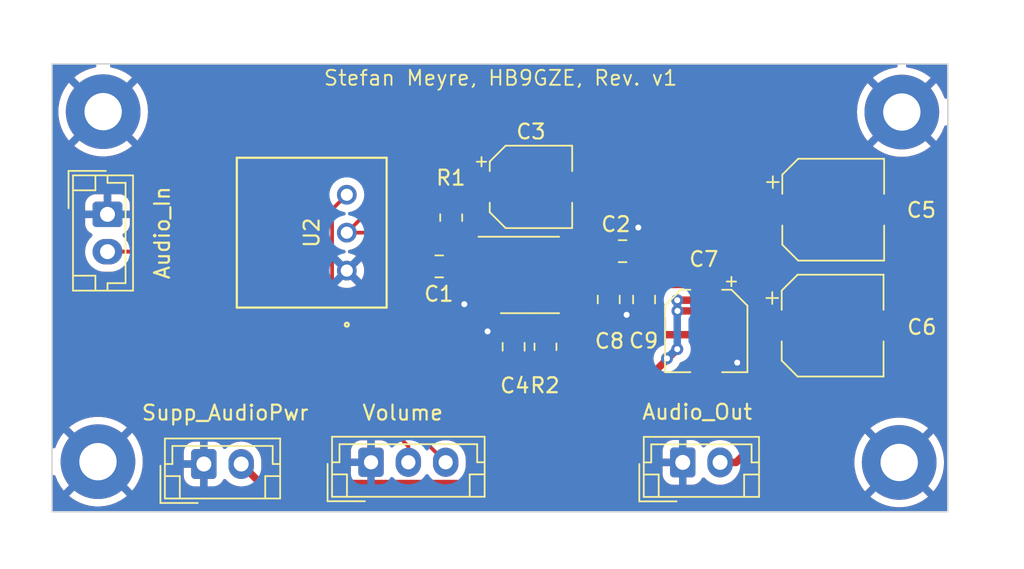
<source format=kicad_pcb>
(kicad_pcb (version 20240108) (generator "pcbnew") (generator_version "8.0")
  (layers (0 "F.Cu" signal) (31 "B.Cu" signal) (34 "B.Paste" user) (35 "F.Paste" user) (36 "B.SilkS" user "B.Silkscreen") (37 "F.SilkS" user "F.Silkscreen") (38 "B.Mask" user) (39 "F.Mask" user) (44 "Edge.Cuts" user))
  (net 0 "")
  (net 1 "GND")
  (net 2 "/Audio_In")
  (net 3 "/Audio_Out")
  (net 4 "Net-(U1--)")
  (net 5 "Net-(U1-BYPASS)")
  (net 6 "Net-(C3-Pad1)")
  (net 7 "Net-(C3-Pad2)")
  (net 8 "Net-(C4-Pad2)")
  (net 9 "Net-(C5-Pad1)")
  (net 10 "+12V")
  (net 11 "Net-(R1-Pad2)")
  (net 12 "Net-(Volume1-Pin_3)")
  (footprint "Capacitor_SMD:C_0805_2012Metric_Pad1.18x1.45mm_HandSolder" (layer "F.Cu") (at 138.217383 62.540374)
    (property "Reference" "C2" (at -0.451022 -1.800054 0) (layer "F.SilkS"))
    (property "Value" "1uF" (hide yes))
    (fp_line (start -0.261252 -0.735) (end 0.261252 -0.735) (stroke (width 0.12)) (layer "F.SilkS"))
    (fp_line (start -0.261252 0.735) (end 0.261252 0.735) (stroke (width 0.12)) (layer "F.SilkS"))
    (pad "1" smd roundrect (at -1.0375 0) (size 1.175 1.45) (layers "F.Cu" "F.Paste" "F.Mask") (roundrect_rratio 0.2127659574) (net 5 "Net-(U1-BYPASS)"))
    (pad "2" smd roundrect (at 1.0375 0) (size 1.175 1.45) (layers "F.Cu" "F.Paste" "F.Mask") (roundrect_rratio 0.2127659574) (net 1 "GND"))
  )
  (footprint "Connector_JST:JST_EH_B2B-EH-A_1x02_P2.50mm_Vertical" (layer "F.Cu") (at 142.245221 76.688053)
    (property "Reference" "Audio_Out" (at 0.969734 -3.376992 0) (layer "F.SilkS"))
    (property "Value" "Conn_01x02_Socket" (hide yes))
    (fp_line (start -2.91 0.11) (end -2.91 2.61) (stroke (width 0.12)) (layer "F.SilkS"))
    (fp_line (start -2.91 2.61) (end -0.41 2.61) (stroke (width 0.12)) (layer "F.SilkS"))
    (fp_line (start -2.61 -1.71) (end -2.61 2.31) (stroke (width 0.12)) (layer "F.SilkS"))
    (fp_line (start -2.61 0) (end -2.11 0) (stroke (width 0.12)) (layer "F.SilkS"))
    (fp_line (start -2.61 0.81) (end -1.61 0.81) (stroke (width 0.12)) (layer "F.SilkS"))
    (fp_line (start -2.61 2.31) (end 5.11 2.31) (stroke (width 0.12)) (layer "F.SilkS"))
    (fp_line (start -2.11 -1.21) (end 4.61 -1.21) (stroke (width 0.12)) (layer "F.SilkS"))
    (fp_line (start -2.11 0) (end -2.11 -1.21) (stroke (width 0.12)) (layer "F.SilkS"))
    (fp_line (start -1.61 0.81) (end -1.61 2.31) (stroke (width 0.12)) (layer "F.SilkS"))
    (fp_line (start 4.11 0.81) (end 4.11 2.31) (stroke (width 0.12)) (layer "F.SilkS"))
    (fp_line (start 4.61 -1.21) (end 4.61 0) (stroke (width 0.12)) (layer "F.SilkS"))
    (fp_line (start 4.61 0) (end 5.11 0) (stroke (width 0.12)) (layer "F.SilkS"))
    (fp_line (start 5.11 -1.71) (end -2.61 -1.71) (stroke (width 0.12)) (layer "F.SilkS"))
    (fp_line (start 5.11 0.81) (end 4.11 0.81) (stroke (width 0.12)) (layer "F.SilkS"))
    (fp_line (start 5.11 2.31) (end 5.11 -1.71) (stroke (width 0.12)) (layer "F.SilkS"))
    (pad "1" thru_hole roundrect (at 0 0) (size 1.7 2) (drill 1) (layers "*.Cu" "*.Mask") (roundrect_rratio 0.1470588235) (net 1 "GND"))
    (pad "2" thru_hole oval (at 2.5 0) (size 1.7 2) (drill 1) (layers "*.Cu" "*.Mask") (net 3 "/Audio_Out"))
  )
  (footprint "Package_SO:SOIC-8_3.9x4.9mm_P1.27mm" (layer "F.Cu") (at 132.015 64.135)
    (property "Reference" "U1" (hide yes))
    (property "Value" "LM386" (hide yes))
    (fp_line (start 0 -2.56) (end -3.45 -2.56) (stroke (width 0.12)) (layer "F.SilkS"))
    (fp_line (start 0 -2.56) (end 1.95 -2.56) (stroke (width 0.12)) (layer "F.SilkS"))
    (fp_line (start 0 2.56) (end -1.95 2.56) (stroke (width 0.12)) (layer "F.SilkS"))
    (fp_line (start 0 2.56) (end 1.95 2.56) (stroke (width 0.12)) (layer "F.SilkS"))
    (pad "1" smd roundrect (at -2.475 -1.905) (size 1.95 0.6) (layers "F.Cu" "F.Paste" "F.Mask") (net 11 "Net-(R1-Pad2)"))
    (pad "2" smd roundrect (at -2.475 -0.635) (size 1.95 0.6) (layers "F.Cu" "F.Paste" "F.Mask") (net 4 "Net-(U1--)"))
    (pad "3" smd roundrect (at -2.475 0.635) (size 1.95 0.6) (layers "F.Cu" "F.Paste" "F.Mask") (net 1 "GND"))
    (pad "4" smd roundrect (at -2.475 1.905) (size 1.95 0.6) (layers "F.Cu" "F.Paste" "F.Mask") (net 1 "GND"))
    (pad "5" smd roundrect (at 2.475 1.905) (size 1.95 0.6) (layers "F.Cu" "F.Paste" "F.Mask") (net 9 "Net-(C5-Pad1)"))
    (pad "6" smd roundrect (at 2.475 0.635) (size 1.95 0.6) (layers "F.Cu" "F.Paste" "F.Mask") (net 10 "+12V"))
    (pad "7" smd roundrect (at 2.475 -0.635) (size 1.95 0.6) (layers "F.Cu" "F.Paste" "F.Mask") (net 5 "Net-(U1-BYPASS)"))
    (pad "8" smd roundrect (at 2.475 -1.905) (size 1.95 0.6) (layers "F.Cu" "F.Paste" "F.Mask") (net 7 "Net-(C3-Pad2)"))
  )
  (footprint "Connector_JST:JST_EH_B3B-EH-A_1x03_P2.50mm_Vertical" (layer "F.Cu") (at 121.368067 76.679595)
    (property "Reference" "Volume" (at 2.127334 -3.316366 0) (layer "F.SilkS"))
    (property "Value" "Volume" (hide yes))
    (fp_line (start -2.91 0.11) (end -2.91 2.61) (stroke (width 0.12)) (layer "F.SilkS"))
    (fp_line (start -2.91 2.61) (end -0.41 2.61) (stroke (width 0.12)) (layer "F.SilkS"))
    (fp_line (start -2.61 -1.71) (end -2.61 2.31) (stroke (width 0.12)) (layer "F.SilkS"))
    (fp_line (start -2.61 0) (end -2.11 0) (stroke (width 0.12)) (layer "F.SilkS"))
    (fp_line (start -2.61 0.81) (end -1.61 0.81) (stroke (width 0.12)) (layer "F.SilkS"))
    (fp_line (start -2.61 2.31) (end 7.61 2.31) (stroke (width 0.12)) (layer "F.SilkS"))
    (fp_line (start -2.11 -1.21) (end 7.11 -1.21) (stroke (width 0.12)) (layer "F.SilkS"))
    (fp_line (start -2.11 0) (end -2.11 -1.21) (stroke (width 0.12)) (layer "F.SilkS"))
    (fp_line (start -1.61 0.81) (end -1.61 2.31) (stroke (width 0.12)) (layer "F.SilkS"))
    (fp_line (start 6.61 0.81) (end 6.61 2.31) (stroke (width 0.12)) (layer "F.SilkS"))
    (fp_line (start 7.11 -1.21) (end 7.11 0) (stroke (width 0.12)) (layer "F.SilkS"))
    (fp_line (start 7.11 0) (end 7.61 0) (stroke (width 0.12)) (layer "F.SilkS"))
    (fp_line (start 7.61 -1.71) (end -2.61 -1.71) (stroke (width 0.12)) (layer "F.SilkS"))
    (fp_line (start 7.61 0.81) (end 6.61 0.81) (stroke (width 0.12)) (layer "F.SilkS"))
    (fp_line (start 7.61 2.31) (end 7.61 -1.71) (stroke (width 0.12)) (layer "F.SilkS"))
    (pad "1" thru_hole roundrect (at 0 0) (size 1.7 1.95) (drill 0.95) (layers "*.Cu" "*.Mask") (roundrect_rratio 0.1470588235) (net 1 "GND"))
    (pad "2" thru_hole oval (at 2.5 0) (size 1.7 1.95) (drill 0.95) (layers "*.Cu" "*.Mask") (net 2 "/Audio_In"))
    (pad "3" thru_hole oval (at 5 0) (size 1.7 1.95) (drill 0.95) (layers "*.Cu" "*.Mask") (net 12 "Net-(Volume1-Pin_3)"))
  )
  (footprint "Connector_JST:JST_EH_B2B-EH-A_1x02_P2.50mm_Vertical" (layer "F.Cu") (at 110.17337 76.796644)
    (property "Reference" "Supp_AudioPwr" (at 1.427696 -3.433415 0) (layer "F.SilkS"))
    (property "Value" "Supp_AudioPwr" (hide yes))
    (fp_line (start -2.91 0.11) (end -2.91 2.61) (stroke (width 0.12)) (layer "F.SilkS"))
    (fp_line (start -2.91 2.61) (end -0.41 2.61) (stroke (width 0.12)) (layer "F.SilkS"))
    (fp_line (start -2.61 -1.71) (end -2.61 2.31) (stroke (width 0.12)) (layer "F.SilkS"))
    (fp_line (start -2.61 0) (end -2.11 0) (stroke (width 0.12)) (layer "F.SilkS"))
    (fp_line (start -2.61 0.81) (end -1.61 0.81) (stroke (width 0.12)) (layer "F.SilkS"))
    (fp_line (start -2.61 2.31) (end 5.11 2.31) (stroke (width 0.12)) (layer "F.SilkS"))
    (fp_line (start -2.11 -1.21) (end 4.61 -1.21) (stroke (width 0.12)) (layer "F.SilkS"))
    (fp_line (start -2.11 0) (end -2.11 -1.21) (stroke (width 0.12)) (layer "F.SilkS"))
    (fp_line (start -1.61 0.81) (end -1.61 2.31) (stroke (width 0.12)) (layer "F.SilkS"))
    (fp_line (start 4.11 0.81) (end 4.11 2.31) (stroke (width 0.12)) (layer "F.SilkS"))
    (fp_line (start 4.61 -1.21) (end 4.61 0) (stroke (width 0.12)) (layer "F.SilkS"))
    (fp_line (start 4.61 0) (end 5.11 0) (stroke (width 0.12)) (layer "F.SilkS"))
    (fp_line (start 5.11 -1.71) (end -2.61 -1.71) (stroke (width 0.12)) (layer "F.SilkS"))
    (fp_line (start 5.11 0.81) (end 4.11 0.81) (stroke (width 0.12)) (layer "F.SilkS"))
    (fp_line (start 5.11 2.31) (end 5.11 -1.71) (stroke (width 0.12)) (layer "F.SilkS"))
    (pad "1" thru_hole roundrect (at 0 0) (size 1.7 2) (drill 1) (layers "*.Cu" "*.Mask") (roundrect_rratio 0.1470588235) (net 1 "GND"))
    (pad "2" thru_hole oval (at 2.5 0) (size 1.7 2) (drill 1) (layers "*.Cu" "*.Mask") (net 10 "+12V"))
  )
  (footprint "Capacitor_SMD:CP_Elec_5x3.9" (layer "F.Cu") (at 143.817599 67.886768 -90)
    (property "Reference" "C7" (at -4.808057 0.157235 180) (layer "F.SilkS"))
    (property "Value" "10uF" (hide yes))
    (fp_line (start -1.695563 2.76) (end 2.76 2.76) (stroke (width 0.12)) (layer "F.SilkS"))
    (fp_line (start 2.76 2.76) (end 2.76 1.06) (stroke (width 0.12)) (layer "F.SilkS"))
    (fp_line (start -2.76 1.695563) (end -1.695563 2.76) (stroke (width 0.12)) (layer "F.SilkS"))
    (fp_line (start -2.76 1.695563) (end -2.76 1.06) (stroke (width 0.12)) (layer "F.SilkS"))
    (fp_line (start -3.625 -1.685) (end -3 -1.685) (stroke (width 0.12)) (layer "F.SilkS"))
    (fp_line (start -2.76 -1.695563) (end -2.76 -1.06) (stroke (width 0.12)) (layer "F.SilkS"))
    (fp_line (start -2.76 -1.695563) (end -1.695563 -2.76) (stroke (width 0.12)) (layer "F.SilkS"))
    (fp_line (start -3.3125 -1.9975) (end -3.3125 -1.3725) (stroke (width 0.12)) (layer "F.SilkS"))
    (fp_line (start -1.695563 -2.76) (end 2.76 -2.76) (stroke (width 0.12)) (layer "F.SilkS"))
    (fp_line (start 2.76 -2.76) (end 2.76 -1.06) (stroke (width 0.12)) (layer "F.SilkS"))
    (pad "1" smd roundrect (at -2.2 0 270) (size 3 1.6) (layers "F.Cu" "F.Paste" "F.Mask") (roundrect_rratio 0.15625) (net 10 "+12V"))
    (pad "2" smd roundrect (at 2.2 0 270) (size 3 1.6) (layers "F.Cu" "F.Paste" "F.Mask") (roundrect_rratio 0.15625) (net 1 "GND"))
  )
  (footprint "MountingHole:MountingHole_2.5mm_Pad_TopBottom" (layer "F.Cu") (at 156.917992 53.223168)
    (property "Reference" "H2" (hide yes))
    (property "Value" "MountingHole_Pad" (hide yes))
    (pad "1" thru_hole circle (at 0 0) (size 2.9 2.9) (drill 2.5) (layers "*.Cu" "*.Mask") (net 1 "GND"))
    (pad "1" connect circle (at 0 0) (size 5 5) (layers "F.Cu" "F.Mask") (net 1 "GND"))
    (pad "1" connect circle (at 0 0) (size 5 5) (layers "B.Cu" "B.Mask") (net 1 "GND"))
  )
  (footprint "MountingHole:MountingHole_2.5mm_Pad_TopBottom" (layer "F.Cu") (at 156.742419 76.69143)
    (property "Reference" "H3" (hide yes))
    (property "Value" "MountingHole_Pad" (hide yes))
    (pad "1" thru_hole circle (at 0 0) (size 2.9 2.9) (drill 2.5) (layers "*.Cu" "*.Mask") (net 1 "GND"))
    (pad "1" connect circle (at 0 0) (size 5 5) (layers "F.Cu" "F.Mask") (net 1 "GND"))
    (pad "1" connect circle (at 0 0) (size 5 5) (layers "B.Cu" "B.Mask") (net 1 "GND"))
  )
  (footprint "Connector_JST:JST_EH_B2B-EH-A_1x02_P2.50mm_Vertical" (layer "F.Cu") (at 103.719146 60.075228 -90)
    (property "Reference" "Audio_In" (at 1.234144 -3.6616 90) (layer "F.SilkS"))
    (property "Value" "Conn_01x02_Socket" (hide yes))
    (fp_line (start -2.91 2.61) (end -0.41 2.61) (stroke (width 0.12)) (layer "F.SilkS"))
    (fp_line (start -2.61 2.31) (end 5.11 2.31) (stroke (width 0.12)) (layer "F.SilkS"))
    (fp_line (start 5.11 2.31) (end 5.11 -1.71) (stroke (width 0.12)) (layer "F.SilkS"))
    (fp_line (start -2.61 0.81) (end -1.61 0.81) (stroke (width 0.12)) (layer "F.SilkS"))
    (fp_line (start -1.61 0.81) (end -1.61 2.31) (stroke (width 0.12)) (layer "F.SilkS"))
    (fp_line (start 4.11 0.81) (end 4.11 2.31) (stroke (width 0.12)) (layer "F.SilkS"))
    (fp_line (start 5.11 0.81) (end 4.11 0.81) (stroke (width 0.12)) (layer "F.SilkS"))
    (fp_line (start -2.91 0.11) (end -2.91 2.61) (stroke (width 0.12)) (layer "F.SilkS"))
    (fp_line (start -2.61 0) (end -2.11 0) (stroke (width 0.12)) (layer "F.SilkS"))
    (fp_line (start -2.11 0) (end -2.11 -1.21) (stroke (width 0.12)) (layer "F.SilkS"))
    (fp_line (start 4.61 0) (end 5.11 0) (stroke (width 0.12)) (layer "F.SilkS"))
    (fp_line (start -2.11 -1.21) (end 4.61 -1.21) (stroke (width 0.12)) (layer "F.SilkS"))
    (fp_line (start 4.61 -1.21) (end 4.61 0) (stroke (width 0.12)) (layer "F.SilkS"))
    (fp_line (start -2.61 -1.71) (end -2.61 2.31) (stroke (width 0.12)) (layer "F.SilkS"))
    (fp_line (start 5.11 -1.71) (end -2.61 -1.71) (stroke (width 0.12)) (layer "F.SilkS"))
    (pad "1" thru_hole roundrect (at 0 0 270) (size 1.7 2) (drill 1) (layers "*.Cu" "*.Mask") (roundrect_rratio 0.1470588235) (net 1 "GND"))
    (pad "2" thru_hole oval (at 2.5 0 270) (size 1.7 2) (drill 1) (layers "*.Cu" "*.Mask") (net 2 "/Audio_In"))
  )
  (footprint "Resistor_SMD:R_0805_2012Metric_Pad1.20x1.40mm_HandSolder" (layer "F.Cu") (at 133.05146 68.944151 90)
    (property "Reference" "R2" (at -2.58666 -0.033901 180) (layer "F.SilkS"))
    (property "Value" "10R" (hide yes))
    (fp_line (start -0.227064 -0.735) (end 0.227064 -0.735) (stroke (width 0.12)) (layer "F.SilkS"))
    (fp_line (start -0.227064 0.735) (end 0.227064 0.735) (stroke (width 0.12)) (layer "F.SilkS"))
    (pad "1" smd roundrect (at -1 0 90) (size 1.2 1.4) (layers "F.Cu" "F.Paste" "F.Mask") (roundrect_rratio 0.2083333333) (net 8 "Net-(C4-Pad2)"))
    (pad "2" smd roundrect (at 1 0 90) (size 1.2 1.4) (layers "F.Cu" "F.Paste" "F.Mask") (roundrect_rratio 0.2083333333) (net 9 "Net-(C5-Pad1)"))
  )
  (footprint "Capacitor_SMD:C_0805_2012Metric_Pad1.18x1.45mm_HandSolder" (layer "F.Cu") (at 139.655868 65.779891 -90)
    (property "Reference" "C9" (at 2.757147 0.026011 180) (layer "F.SilkS"))
    (property "Value" "100nF" (hide yes))
    (fp_line (start -0.261252 0.735) (end 0.261252 0.735) (stroke (width 0.12)) (layer "F.SilkS"))
    (fp_line (start -0.261252 -0.735) (end 0.261252 -0.735) (stroke (width 0.12)) (layer "F.SilkS"))
    (pad "1" smd roundrect (at -1.0375 0 270) (size 1.175 1.45) (layers "F.Cu" "F.Paste" "F.Mask") (roundrect_rratio 0.2127659574) (net 10 "+12V"))
    (pad "2" smd roundrect (at 1.0375 0 270) (size 1.175 1.45) (layers "F.Cu" "F.Paste" "F.Mask") (roundrect_rratio 0.2127659574) (net 1 "GND"))
  )
  (footprint "MountingHole:MountingHole_2.5mm_Pad_TopBottom" (layer "F.Cu") (at 103.428728 53.197536)
    (property "Reference" "H1" (hide yes))
    (property "Value" "MountingHole_Pad" (hide yes))
    (pad "1" thru_hole circle (at 0 0) (size 2.9 2.9) (drill 2.5) (layers "*.Cu" "*.Mask") (net 1 "GND"))
    (pad "1" connect circle (at 0 0) (size 5 5) (layers "F.Cu" "F.Mask") (net 1 "GND"))
    (pad "1" connect circle (at 0 0) (size 5 5) (layers "B.Cu" "B.Mask") (net 1 "GND"))
  )
  (footprint "Capacitor_SMD:CP_Elec_6.3x5.7" (layer "F.Cu") (at 152.321967 59.762332)
    (property "Reference" "C5" (at 5.904456 0.026791 0) (layer "F.SilkS"))
    (property "Value" "100uF" (hide yes))
    (fp_line (start -4.4375 -1.8475) (end -3.65 -1.8475) (stroke (width 0.12)) (layer "F.SilkS"))
    (fp_line (start -4.04375 -2.24125) (end -4.04375 -1.45375) (stroke (width 0.12)) (layer "F.SilkS"))
    (fp_line (start -3.41 -2.345563) (end -3.41 -1.06) (stroke (width 0.12)) (layer "F.SilkS"))
    (fp_line (start -3.41 -2.345563) (end -2.345563 -3.41) (stroke (width 0.12)) (layer "F.SilkS"))
    (fp_line (start -3.41 2.345563) (end -3.41 1.06) (stroke (width 0.12)) (layer "F.SilkS"))
    (fp_line (start -3.41 2.345563) (end -2.345563 3.41) (stroke (width 0.12)) (layer "F.SilkS"))
    (fp_line (start -2.345563 -3.41) (end 3.41 -3.41) (stroke (width 0.12)) (layer "F.SilkS"))
    (fp_line (start -2.345563 3.41) (end 3.41 3.41) (stroke (width 0.12)) (layer "F.SilkS"))
    (fp_line (start 3.41 -3.41) (end 3.41 -1.06) (stroke (width 0.12)) (layer "F.SilkS"))
    (fp_line (start 3.41 3.41) (end 3.41 1.06) (stroke (width 0.12)) (layer "F.SilkS"))
    (pad "1" smd roundrect (at -2.7 0) (size 3.5 1.6) (layers "F.Cu" "F.Paste" "F.Mask") (roundrect_rratio 0.15625) (net 9 "Net-(C5-Pad1)"))
    (pad "2" smd roundrect (at 2.7 0) (size 3.5 1.6) (layers "F.Cu" "F.Paste" "F.Mask") (roundrect_rratio 0.15625) (net 3 "/Audio_Out"))
  )
  (footprint "Capacitor_SMD:C_0805_2012Metric_Pad1.18x1.45mm_HandSolder" (layer "F.Cu") (at 125.934148 63.561081)
    (property "Reference" "C1" (at -0.026011 1.846768 0) (layer "F.SilkS"))
    (property "Value" "1uF" (hide yes))
    (fp_line (start -0.261252 -0.735) (end 0.261252 -0.735) (stroke (width 0.12)) (layer "F.SilkS"))
    (fp_line (start -0.261252 0.735) (end 0.261252 0.735) (stroke (width 0.12)) (layer "F.SilkS"))
    (pad "1" smd roundrect (at -1.0375 0) (size 1.175 1.45) (layers "F.Cu" "F.Paste" "F.Mask") (roundrect_rratio 0.2127659574) (net 2 "/Audio_In"))
    (pad "2" smd roundrect (at 1.0375 0) (size 1.175 1.45) (layers "F.Cu" "F.Paste" "F.Mask") (roundrect_rratio 0.2127659574) (net 4 "Net-(U1--)"))
  )
  (footprint "Capacitor_SMD:C_0805_2012Metric_Pad1.18x1.45mm_HandSolder" (layer "F.Cu") (at 137.288883 65.776959 -90)
    (property "Reference" "C8" (at 2.78609 -0.052022 180) (layer "F.SilkS"))
    (property "Value" "1uF" (hide yes))
    (fp_line (start -0.261252 0.735) (end 0.261252 0.735) (stroke (width 0.12)) (layer "F.SilkS"))
    (fp_line (start -0.261252 -0.735) (end 0.261252 -0.735) (stroke (width 0.12)) (layer "F.SilkS"))
    (pad "1" smd roundrect (at -1.0375 0 270) (size 1.175 1.45) (layers "F.Cu" "F.Paste" "F.Mask") (roundrect_rratio 0.2127659574) (net 10 "+12V"))
    (pad "2" smd roundrect (at 1.0375 0 270) (size 1.175 1.45) (layers "F.Cu" "F.Paste" "F.Mask") (roundrect_rratio 0.2127659574) (net 1 "GND"))
  )
  (footprint "Private:3310R-125-103L" (layer "F.Cu") (at 119.746926 63.843255 90)
    (property "Reference" "U2" (at 2.54 -2.3495 90) (layer "F.SilkS"))
    (property "Value" "3310R-125-103L" (hide yes))
    (fp_line (start 7.5565 -7.366) (end 7.5565 2.667) (stroke (width 0.1524)) (layer "F.SilkS"))
    (fp_line (start -2.4765 -7.366) (end 7.5565 -7.366) (stroke (width 0.1524)) (layer "F.SilkS"))
    (fp_line (start 7.5565 2.667) (end -2.4765 2.667) (stroke (width 0.1524)) (layer "F.SilkS"))
    (fp_line (start -2.4765 2.667) (end -2.4765 -7.366) (stroke (width 0.1524)) (layer "F.SilkS"))
    (fp_circle (center -3.6195 0) (end -3.4925 0) (stroke (width 0.1524)) (fill none) (layer "F.SilkS"))
    (pad "1" thru_hole circle (at 0 0 90) (size 1.3208 1.3208) (drill 0.8128) (layers "*.Cu" "*.Mask") (net 1 "GND"))
    (pad "2" thru_hole circle (at 2.54 0 90) (size 1.3208 1.3208) (drill 0.8128) (layers "*.Cu" "*.Mask") (net 2 "/Audio_In"))
    (pad "3" thru_hole circle (at 5.08 0 90) (size 1.3208 1.3208) (drill 0.8128) (layers "*.Cu" "*.Mask") (net 12 "Net-(Volume1-Pin_3)"))
  )
  (footprint "MountingHole:MountingHole_2.5mm_Pad_TopBottom" (layer "F.Cu") (at 103.080752 76.638932)
    (property "Reference" "H4" (hide yes))
    (property "Value" "MountingHole_Pad" (hide yes))
    (pad "1" thru_hole circle (at 0 0) (size 2.9 2.9) (drill 2.5) (layers "*.Cu" "*.Mask") (net 1 "GND"))
    (pad "1" connect circle (at 0 0) (size 5 5) (layers "F.Cu" "F.Mask") (net 1 "GND"))
    (pad "1" connect circle (at 0 0) (size 5 5) (layers "B.Cu" "B.Mask") (net 1 "GND"))
  )
  (footprint "Resistor_SMD:R_0805_2012Metric_Pad1.20x1.40mm_HandSolder" (layer "F.Cu") (at 126.737551 60.295307 -90)
    (property "Reference" "R1" (at -2.664693 0.026011 180) (layer "F.SilkS"))
    (property "Value" "1.2k" (hide yes))
    (fp_line (start -0.227064 0.735) (end 0.227064 0.735) (stroke (width 0.12)) (layer "F.SilkS"))
    (fp_line (start -0.227064 -0.735) (end 0.227064 -0.735) (stroke (width 0.12)) (layer "F.SilkS"))
    (pad "1" smd roundrect (at -1 0 270) (size 1.2 1.4) (layers "F.Cu" "F.Paste" "F.Mask") (roundrect_rratio 0.2083333333) (net 6 "Net-(C3-Pad1)"))
    (pad "2" smd roundrect (at 1 0 270) (size 1.2 1.4) (layers "F.Cu" "F.Paste" "F.Mask") (roundrect_rratio 0.2083333333) (net 11 "Net-(R1-Pad2)"))
  )
  (footprint "Capacitor_SMD:C_0805_2012Metric_Pad1.18x1.45mm_HandSolder" (layer "F.Cu") (at 130.918573 68.944151 -90)
    (property "Reference" "C4" (at 2.601082 -0.078032 180) (layer "F.SilkS"))
    (property "Value" "50nF" (hide yes))
    (fp_line (start -0.261252 0.735) (end 0.261252 0.735) (stroke (width 0.12)) (layer "F.SilkS"))
    (fp_line (start -0.261252 -0.735) (end 0.261252 -0.735) (stroke (width 0.12)) (layer "F.SilkS"))
    (pad "1" smd roundrect (at -1.0375 0 270) (size 1.175 1.45) (layers "F.Cu" "F.Paste" "F.Mask") (roundrect_rratio 0.2127659574) (net 1 "GND"))
    (pad "2" smd roundrect (at 1.0375 0 270) (size 1.175 1.45) (layers "F.Cu" "F.Paste" "F.Mask") (roundrect_rratio 0.2127659574) (net 8 "Net-(C4-Pad2)"))
  )
  (footprint "Capacitor_SMD:CP_Elec_6.3x5.7" (layer "F.Cu") (at 152.282951 67.526561)
    (property "Reference" "C6" (at 5.978153 0.100489 0) (layer "F.SilkS"))
    (property "Value" "100uF" (hide yes))
    (fp_line (start -4.4375 -1.8475) (end -3.65 -1.8475) (stroke (width 0.12)) (layer "F.SilkS"))
    (fp_line (start -4.04375 -2.24125) (end -4.04375 -1.45375) (stroke (width 0.12)) (layer "F.SilkS"))
    (fp_line (start -3.41 -2.345563) (end -3.41 -1.06) (stroke (width 0.12)) (layer "F.SilkS"))
    (fp_line (start -3.41 -2.345563) (end -2.345563 -3.41) (stroke (width 0.12)) (layer "F.SilkS"))
    (fp_line (start -3.41 2.345563) (end -3.41 1.06) (stroke (width 0.12)) (layer "F.SilkS"))
    (fp_line (start -3.41 2.345563) (end -2.345563 3.41) (stroke (width 0.12)) (layer "F.SilkS"))
    (fp_line (start -2.345563 -3.41) (end 3.41 -3.41) (stroke (width 0.12)) (layer "F.SilkS"))
    (fp_line (start -2.345563 3.41) (end 3.41 3.41) (stroke (width 0.12)) (layer "F.SilkS"))
    (fp_line (start 3.41 -3.41) (end 3.41 -1.06) (stroke (width 0.12)) (layer "F.SilkS"))
    (fp_line (start 3.41 3.41) (end 3.41 1.06) (stroke (width 0.12)) (layer "F.SilkS"))
    (pad "1" smd roundrect (at -2.7 0) (size 3.5 1.6) (layers "F.Cu" "F.Paste" "F.Mask") (roundrect_rratio 0.15625) (net 9 "Net-(C5-Pad1)"))
    (pad "2" smd roundrect (at 2.7 0) (size 3.5 1.6) (layers "F.Cu" "F.Paste" "F.Mask") (roundrect_rratio 0.15625) (net 3 "/Audio_Out"))
  )
  (footprint "Capacitor_SMD:CP_Elec_5x3.9" (layer "F.Cu") (at 132.08 58.236754)
    (property "Reference" "C3" (at 0 -3.7 0) (layer "F.SilkS"))
    (property "Value" "10uF" (hide yes))
    (fp_line (start -3.625 -1.685) (end -3 -1.685) (stroke (width 0.12)) (layer "F.SilkS"))
    (fp_line (start -3.3125 -1.9975) (end -3.3125 -1.3725) (stroke (width 0.12)) (layer "F.SilkS"))
    (fp_line (start -2.76 -1.695563) (end -2.76 -1.06) (stroke (width 0.12)) (layer "F.SilkS"))
    (fp_line (start -2.76 -1.695563) (end -1.695563 -2.76) (stroke (width 0.12)) (layer "F.SilkS"))
    (fp_line (start -2.76 1.695563) (end -2.76 1.06) (stroke (width 0.12)) (layer "F.SilkS"))
    (fp_line (start -2.76 1.695563) (end -1.695563 2.76) (stroke (width 0.12)) (layer "F.SilkS"))
    (fp_line (start -1.695563 -2.76) (end 2.76 -2.76) (stroke (width 0.12)) (layer "F.SilkS"))
    (fp_line (start -1.695563 2.76) (end 2.76 2.76) (stroke (width 0.12)) (layer "F.SilkS"))
    (fp_line (start 2.76 -2.76) (end 2.76 -1.06) (stroke (width 0.12)) (layer "F.SilkS"))
    (fp_line (start 2.76 2.76) (end 2.76 1.06) (stroke (width 0.12)) (layer "F.SilkS"))
    (pad "1" smd roundrect (at -2.2 0) (size 3 1.6) (layers "F.Cu" "F.Paste" "F.Mask") (roundrect_rratio 0.15625) (net 6 "Net-(C3-Pad1)"))
    (pad "2" smd roundrect (at 2.2 0) (size 3 1.6) (layers "F.Cu" "F.Paste" "F.Mask") (roundrect_rratio 0.15625) (net 7 "Net-(C3-Pad2)"))
  )
  (gr_rect (start 100 50) (end 160 80) (stroke (width 0.1)) (fill none) (layer "Edge.Cuts"))
  (gr_text "Stefan Meyre, HB9GZE, Rev. v1" (at 118.131928 51.527413 0) (layer "F.SilkS") (effects (font (size 1 1) (thickness 0.125)) (justify left bottom)))
  (segment (start 129.54 66.04) (end 129.54 66.528078) (width 0.25) (layer "F.Cu") (net 1))
  (segment (start 129.175848 67.912779) (end 129.175848 67.94746) (width 0.5) (layer "F.Cu") (net 1))
  (segment (start 143.817599 70.086768) (end 145.89292 70.007079) (width 0.5) (layer "F.Cu") (net 1))
  (segment (start 130.918573 67.906651) (end 129.216657 67.906651) (width 0.5) (layer "F.Cu") (net 1))
  (segment (start 139.652936 66.814459) (end 139.655868 66.817391) (width 0.25) (layer "F.Cu") (net 1))
  (segment (start 129.175848 67.94746) (end 129.210529 67.912779) (width 0.5) (layer "F.Cu") (net 1))
  (segment (start 129.54 66.528078) (end 130.918573 67.906651) (width 0.25) (layer "F.Cu") (net 1))
  (segment (start 145.89292 70.007079) (end 145.856679 70.086768) (width 0.5) (layer "F.Cu") (net 1))
  (segment (start 137.288883 66.814459) (end 138.474686 66.814459) (width 0.25) (layer "F.Cu") (net 1))
  (segment (start 127.615199 66.092021) (end 127.563178 66.04) (width 0.5) (layer "F.Cu") (net 1))
  (segment (start 138.474686 66.814459) (end 138.486161 66.802984) (width 0.25) (layer "F.Cu") (net 1))
  (segment (start 129.54 66.04) (end 129.54 64.77) (width 0.25) (layer "F.Cu") (net 1))
  (segment (start 129.210529 67.912779) (end 129.175848 67.912779) (width 0.5) (layer "F.Cu") (net 1))
  (segment (start 129.54 66.04) (end 127.66722 66.04) (width 0.5) (layer "F.Cu") (net 1))
  (segment (start 127.66722 66.04) (end 127.615199 66.092021) (width 0.5) (layer "F.Cu") (net 1))
  (segment (start 139.268046 61.063262) (end 139.216024 61.115284) (width 0.5) (layer "F.Cu") (net 1))
  (segment (start 139.268046 60.96) (end 139.254883 60.973163) (width 0.5) (layer "F.Cu") (net 1))
  (segment (start 129.54 64.77) (end 120.673671 64.77) (width 0.25) (layer "F.Cu") (net 1))
  (segment (start 139.268046 60.96) (end 139.268046 61.063262) (width 0.5) (layer "F.Cu") (net 1))
  (segment (start 145.856679 70.086768) (end 145.869734 70.099823) (width 0.5) (layer "F.Cu") (net 1))
  (segment (start 139.254883 60.973163) (end 139.254883 62.540374) (width 0.5) (layer "F.Cu") (net 1))
  (segment (start 120.673671 64.77) (end 119.746926 63.843255) (width 0.25) (layer "F.Cu") (net 1))
  (segment (start 129.216657 67.906651) (end 129.210529 67.912779) (width 0.5) (layer "F.Cu") (net 1))
  (segment (start 138.497636 66.814459) (end 139.652936 66.814459) (width 0.25) (layer "F.Cu") (net 1))
  (segment (start 138.486161 66.802984) (end 138.497636 66.814459) (width 0.25) (layer "F.Cu") (net 1))
  (via (at 127.615199 66.092021) (size 0.8) (drill 0.4) (layers "F.Cu" "B.Cu") (net 1))
  (via (at 129.175848 67.912779) (size 0.8) (drill 0.4) (layers "F.Cu" "B.Cu") (net 1))
  (via (at 139.268046 60.96) (size 0.8) (drill 0.4) (layers "F.Cu" "B.Cu") (net 1))
  (via (at 138.486161 66.802984) (size 0.8) (drill 0.4) (layers "F.Cu" "B.Cu") (net 1))
  (via (at 145.89292 70.007079) (size 0.8) (drill 0.4) (layers "F.Cu" "B.Cu") (net 1))
  (segment (start 123.868067 75.608067) (end 110.835228 62.575228) (width 0.25) (layer "F.Cu") (net 2))
  (segment (start 122.638822 61.303255) (end 124.896648 63.561081) (width 0.25) (layer "F.Cu") (net 2))
  (segment (start 121.069533 57.50728) (end 120.367241 56.804988) (width 0.25) (layer "F.Cu") (net 2))
  (segment (start 110.835228 62.575228) (end 103.719146 62.575228) (width 0.25) (layer "F.Cu") (net 2))
  (segment (start 121.069533 59.980648) (end 121.069533 57.50728) (width 0.25) (layer "F.Cu") (net 2))
  (segment (start 110.812427 62.575228) (end 103.719146 62.575228) (width 0.25) (layer "F.Cu") (net 2))
  (segment (start 123.868067 76.679595) (end 123.868067 75.608067) (width 0.25) (layer "F.Cu") (net 2))
  (segment (start 120.367241 56.804988) (end 116.582667 56.804988) (width 0.25) (layer "F.Cu") (net 2))
  (segment (start 119.746926 61.303255) (end 121.069533 59.980648) (width 0.25) (layer "F.Cu") (net 2))
  (segment (start 116.582667 56.804988) (end 110.812427 62.575228) (width 0.25) (layer "F.Cu") (net 2))
  (segment (start 119.746926 61.303255) (end 122.638822 61.303255) (width 0.25) (layer "F.Cu") (net 2))
  (segment (start 155.021967 59.762332) (end 155.021967 67.487545) (width 0.5) (layer "F.Cu") (net 3))
  (segment (start 144.745221 76.688053) (end 145.821459 76.688053) (width 0.5) (layer "F.Cu") (net 3))
  (segment (start 155.021967 67.487545) (end 154.982951 67.526561) (width 0.5) (layer "F.Cu") (net 3))
  (segment (start 145.821459 76.688053) (end 154.982951 67.526561) (width 0.5) (layer "F.Cu") (net 3))
  (segment (start 129.478919 63.561081) (end 129.54 63.5) (width 0.25) (layer "F.Cu") (net 4))
  (segment (start 126.971648 63.561081) (end 129.478919 63.561081) (width 0.25) (layer "F.Cu") (net 4))
  (segment (start 137.179883 62.540374) (end 136.220257 63.5) (width 0.25) (layer "F.Cu") (net 5))
  (segment (start 136.220257 63.5) (end 134.49 63.5) (width 0.25) (layer "F.Cu") (net 5))
  (segment (start 129.88 58.236754) (end 127.796104 58.236754) (width 0.25) (layer "F.Cu") (net 6))
  (segment (start 127.796104 58.236754) (end 126.737551 59.295307) (width 0.25) (layer "F.Cu") (net 6))
  (segment (start 134.28 62.02) (end 134.49 62.23) (width 0.25) (layer "F.Cu") (net 7))
  (segment (start 134.28 58.236754) (end 134.28 62.02) (width 0.25) (layer "F.Cu") (net 7))
  (segment (start 133.01396 69.981651) (end 133.05146 69.944151) (width 0.5) (layer "F.Cu") (net 8))
  (segment (start 130.918573 69.981651) (end 133.01396 69.981651) (width 0.5) (layer "F.Cu") (net 8))
  (segment (start 134.49 66.04) (end 135.059843 66.609843) (width 0.5) (layer "F.Cu") (net 9))
  (segment (start 149.621967 59.762332) (end 149.621967 67.487545) (width 0.5) (layer "F.Cu") (net 9))
  (segment (start 149.582951 59.801348) (end 149.621967 59.762332) (width 0.25) (layer "F.Cu") (net 9))
  (segment (start 135.059843 68.155936) (end 135.079011 68.136768) (width 0.5) (layer "F.Cu") (net 9))
  (segment (start 149.015048 68.094464) (end 149.582951 67.526561) (width 0.25) (layer "F.Cu") (net 9))
  (segment (start 148.972744 68.136768) (end 149.582951 67.526561) (width 0.5) (layer "F.Cu") (net 9))
  (segment (start 133.05146 67.47854) (end 134.49 66.04) (width 0.25) (layer "F.Cu") (net 9))
  (segment (start 135.079011 68.136768) (end 148.972744 68.136768) (width 0.5) (layer "F.Cu") (net 9))
  (segment (start 149.621967 67.487545) (end 149.582951 67.526561) (width 0.5) (layer "F.Cu") (net 9))
  (segment (start 133.05146 67.944151) (end 133.05146 67.47854) (width 0.25) (layer "F.Cu") (net 9))
  (segment (start 135.059843 66.609843) (end 135.059843 68.155936) (width 0.5) (layer "F.Cu") (net 9))
  (segment (start 113.981321 78.104595) (end 132.875414 78.104595) (width 0.5) (layer "F.Cu") (net 10))
  (segment (start 134.49 64.77) (end 142.900831 64.77) (width 0.5) (layer "F.Cu") (net 10))
  (segment (start 141.877018 65.825627) (end 143.67874 65.825627) (width 0.5) (layer "F.Cu") (net 10))
  (segment (start 141.255533 69.724476) (end 141.877018 69.102991) (width 0.5) (layer "F.Cu") (net 10))
  (segment (start 141.191677 69.788332) (end 141.191677 69.724476) (width 0.5) (layer "F.Cu") (net 10))
  (segment (start 142.961492 66.542875) (end 143.817599 65.686768) (width 0.5) (layer "F.Cu") (net 10))
  (segment (start 112.67337 76.796644) (end 113.981321 78.104595) (width 0.5) (layer "F.Cu") (net 10))
  (segment (start 141.191677 69.724476) (end 141.255533 69.724476) (width 0.5) (layer "F.Cu") (net 10))
  (segment (start 143.67874 65.825627) (end 143.817599 65.686768) (width 0.5) (layer "F.Cu") (net 10))
  (segment (start 132.875414 78.104595) (end 141.191677 69.788332) (width 0.5) (layer "F.Cu") (net 10))
  (segment (start 141.893189 66.542875) (end 142.961492 66.542875) (width 0.5) (layer "F.Cu") (net 10))
  (segment (start 142.900831 64.77) (end 143.817599 65.686768) (width 0.5) (layer "F.Cu") (net 10))
  (via (at 141.877018 69.102991) (size 0.8) (drill 0.4) (layers "F.Cu" "B.Cu") (net 10))
  (via (at 141.893189 66.542875) (size 0.8) (drill 0.4) (layers "F.Cu" "B.Cu") (net 10))
  (via (at 141.191677 69.724476) (size 0.8) (drill 0.4) (layers "F.Cu" "B.Cu") (net 10))
  (via (at 141.877018 65.825627) (size 0.8) (drill 0.4) (layers "F.Cu" "B.Cu") (net 10))
  (segment (start 141.813162 69.102991) (end 141.191677 69.724476) (width 0.5) (layer "B.Cu") (net 10))
  (segment (start 141.877018 69.102991) (end 141.813162 69.102991) (width 0.5) (layer "B.Cu") (net 10))
  (segment (start 141.75997 65.708579) (end 141.877018 65.825627) (width 0.5) (layer "B.Cu") (net 10))
  (segment (start 141.877018 66.526704) (end 141.877018 65.825627) (width 0.5) (layer "B.Cu") (net 10))
  (segment (start 141.877018 66.559046) (end 141.893189 66.542875) (width 0.5) (layer "B.Cu") (net 10))
  (segment (start 141.893189 66.542875) (end 141.877018 66.526704) (width 0.5) (layer "B.Cu") (net 10))
  (segment (start 141.877018 69.102991) (end 141.877018 66.559046) (width 0.5) (layer "B.Cu") (net 10))
  (segment (start 126.737551 61.295307) (end 128.605307 61.295307) (width 0.25) (layer "F.Cu") (net 11))
  (segment (start 128.605307 61.295307) (end 129.54 62.23) (width 0.25) (layer "F.Cu") (net 11))
  (segment (start 118.761526 59.748655) (end 118.761526 69.073054) (width 0.25) (layer "F.Cu") (net 12))
  (segment (start 118.761526 69.073054) (end 126.368067 76.679595) (width 0.25) (layer "F.Cu") (net 12))
  (segment (start 119.746926 58.763255) (end 118.761526 59.748655) (width 0.25) (layer "F.Cu") (net 12))
  (zone (net 1) (net_name "GND") (layer "F.Cu") (priority 1) (connect_pads (clearance 0.5)) (min_thickness 0.25) (fill yes (thermal_gap 0.5) (thermal_bridge_width 0.5))
    (polygon (pts (xy 96.52 45.72) (xy 165.1 45.72) (xy 165.1 83.82) (xy 96.52 83.82)))
  )
  (zone (net 1) (net_name "GND") (layer "B.Cu") (connect_pads (clearance 0.5)) (min_thickness 0.25) (fill yes (thermal_gap 0.5) (thermal_bridge_width 0.5))
    (polygon (pts (xy 99.06 48.26) (xy 162.56 48.26) (xy 162.56 81.28) (xy 99.06 81.28)))
  )
)
</source>
